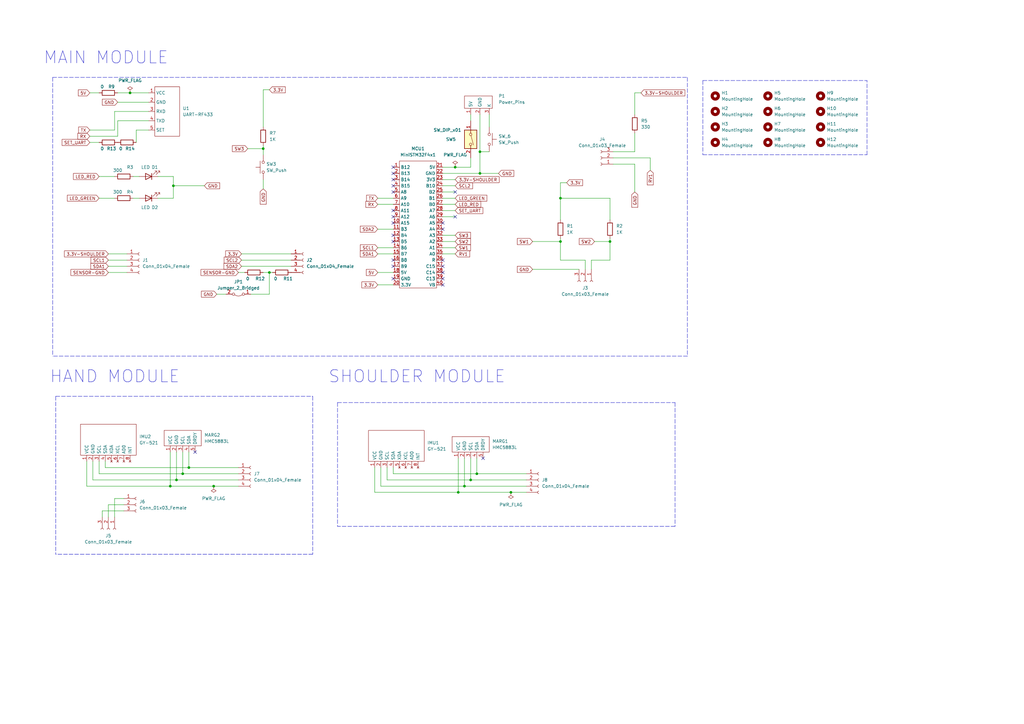
<source format=kicad_sch>
(kicad_sch (version 20211123) (generator eeschema)
  (paper "A3")
  (lib_symbols
    (symbol "Connector:Conn_01x03_Female" (pin_names (offset 1.016) hide)
      (property "Reference" "J" (at 0 5.08 0))
      (property "Value" "Conn_01x03_Female" (at 0 -5.08 0))
      (symbol "Conn_01x03_Female_1_1"
        (arc (start 0 -2.032) (mid -0.508 -2.54) (end 0 -3.048) (stroke (width 0.1524)))
        (polyline (pts (xy -1.27 -2.54) (xy -0.508 -2.54)) (stroke (width 0.1524)))
        (polyline (pts (xy -1.27 0) (xy -0.508 0)) (stroke (width 0.1524)))
        (polyline (pts (xy -1.27 2.54) (xy -0.508 2.54)) (stroke (width 0.1524)))
        (arc (start 0 0.508) (mid -0.508 0) (end 0 -0.508) (stroke (width 0.1524)))
        (arc (start 0 3.048) (mid -0.508 2.54) (end 0 2.032) (stroke (width 0.1524)))
        (pin passive line (at -5.08 2.54 0) (length 3.81) (name "Pin_1") (number "1"))
        (pin passive line (at -5.08 0 0) (length 3.81) (name "Pin_2") (number "2"))
        (pin passive line (at -5.08 -2.54 0) (length 3.81) (name "Pin_3") (number "3"))
      )
    )
    (symbol "Connector:Conn_01x04_Female" (pin_names (offset 1.016) hide)
      (property "Reference" "J" (at 0 5.08 0))
      (property "Value" "Conn_01x04_Female" (at 0 -7.62 0))
      (symbol "Conn_01x04_Female_1_1"
        (arc (start 0 -4.572) (mid -0.508 -5.08) (end 0 -5.588) (stroke (width 0.1524)))
        (arc (start 0 -2.032) (mid -0.508 -2.54) (end 0 -3.048) (stroke (width 0.1524)))
        (polyline (pts (xy -1.27 -5.08) (xy -0.508 -5.08)) (stroke (width 0.1524)))
        (polyline (pts (xy -1.27 -2.54) (xy -0.508 -2.54)) (stroke (width 0.1524)))
        (polyline (pts (xy -1.27 0) (xy -0.508 0)) (stroke (width 0.1524)))
        (polyline (pts (xy -1.27 2.54) (xy -0.508 2.54)) (stroke (width 0.1524)))
        (arc (start 0 0.508) (mid -0.508 0) (end 0 -0.508) (stroke (width 0.1524)))
        (arc (start 0 3.048) (mid -0.508 2.54) (end 0 2.032) (stroke (width 0.1524)))
        (pin passive line (at -5.08 2.54 0) (length 3.81) (name "Pin_1") (number "1"))
        (pin passive line (at -5.08 0 0) (length 3.81) (name "Pin_2") (number "2"))
        (pin passive line (at -5.08 -2.54 0) (length 3.81) (name "Pin_3") (number "3"))
        (pin passive line (at -5.08 -5.08 0) (length 3.81) (name "Pin_4") (number "4"))
      )
    )
    (symbol "Device:LED" (pin_numbers hide) (pin_names (offset 1.016) hide)
      (property "Reference" "D" (at 0 2.54 0))
      (property "Value" "LED" (at 0 -2.54 0))
      (symbol "LED_0_1"
        (polyline (pts (xy -1.27 -1.27) (xy -1.27 1.27)) (stroke (width 0.254)))
        (polyline (pts (xy -1.27 0) (xy 1.27 0)))
        (polyline (pts (xy 1.27 -1.27) (xy 1.27 1.27) (xy -1.27 0) (xy 1.27 -1.27)) (stroke (width 0.254)))
        (polyline (pts (xy -3.048 -0.762) (xy -4.572 -2.286) (xy -3.81 -2.286) (xy -4.572 -2.286) (xy -4.572 -1.524)))
        (polyline (pts (xy -1.778 -0.762) (xy -3.302 -2.286) (xy -2.54 -2.286) (xy -3.302 -2.286) (xy -3.302 -1.524)))
      )
      (symbol "LED_1_1"
        (pin passive line (at -3.81 0 0) (length 2.54) (name "K") (number "1"))
        (pin passive line (at 3.81 0 180) (length 2.54) (name "A") (number "2"))
      )
    )
    (symbol "Device:R" (pin_numbers hide) (pin_names (offset 0))
      (property "Reference" "R" (at 2.032 0 90))
      (property "Value" "R" (at 0 0 90))
      (symbol "R_0_1"
        (rectangle (start -1.016 -2.54) (end 1.016 2.54) (stroke (width 0.254)))
      )
      (symbol "R_1_1"
        (pin passive line (at 0 3.81 270) (length 1.27) (name "~") (number "1"))
        (pin passive line (at 0 -3.81 90) (length 1.27) (name "~") (number "2"))
      )
    )
    (symbol "GY-521_1"
      (property "Reference" "IMU" (at -7.62 7.62 0))
      (property "Value" "GY-521_1" (at 8.89 3.81 0))
      (symbol "GY-521_1_0_1"
        (rectangle (start -8.89 6.35) (end 13.97 -6.35))
      )
      (symbol "GY-521_1_1_1"
        (pin power_in line (at -6.35 -8.89 90) (length 2.54) (name "VCC") (number "1"))
        (pin passive line (at -3.81 -8.89 90) (length 2.54) (name "GND") (number "2"))
        (pin input line (at -1.27 -8.89 90) (length 2.54) (name "SCL") (number "3"))
        (pin bidirectional line (at 1.27 -8.89 90) (length 2.54) (name "SDA") (number "4"))
        (pin no_connect line (at 3.81 -8.89 90) (length 2.54) (name "XDA") (number "5"))
        (pin no_connect line (at 6.35 -8.89 90) (length 2.54) (name "XCL") (number "6"))
        (pin no_connect line (at 8.89 -8.89 90) (length 2.54) (name "AD0") (number "7"))
        (pin no_connect line (at 11.43 -8.89 90) (length 2.54) (name "INT") (number "8"))
      )
    )
    (symbol "HMC5883L_1"
      (property "Reference" "MARG" (at 5.08 2.54 0))
      (property "Value" "HMC5883L_1" (at -6.35 2.54 0))
      (symbol "HMC5883L_1_0_1"
        (rectangle (start -7.62 0) (end 7.62 -6.35))
      )
      (symbol "HMC5883L_1_1_1"
        (pin power_in line (at -5.08 -8.89 90) (length 2.54) (name "VCC") (number "1"))
        (pin bidirectional line (at -2.54 -8.89 90) (length 2.54) (name "GND") (number "2"))
        (pin bidirectional line (at 0 -8.89 90) (length 2.54) (name "SCL") (number "3"))
        (pin bidirectional line (at 2.54 -8.89 90) (length 2.54) (name "SDA") (number "4"))
        (pin bidirectional line (at 5.08 -8.89 90) (length 2.54) (name "DRDY") (number "5"))
      )
    )
    (symbol "Jumper:Jumper_2_Bridged" (pin_names (offset 0) hide)
      (property "Reference" "JP" (at 0 1.905 0))
      (property "Value" "Jumper_2_Bridged" (at 0 -2.54 0))
      (symbol "Jumper_2_Bridged_0_0"
        (circle (center -2.032 0) (radius 0.508))
        (circle (center 2.032 0) (radius 0.508))
      )
      (symbol "Jumper_2_Bridged_0_1"
        (arc (start 1.524 0.254) (mid 0 0.762) (end -1.524 0.254))
      )
      (symbol "Jumper_2_Bridged_1_1"
        (pin passive line (at -5.08 0 0) (length 2.54) (name "A") (number "1"))
        (pin passive line (at 5.08 0 180) (length 2.54) (name "B") (number "2"))
      )
    )
    (symbol "Mechanical:MountingHole" (pin_names (offset 1.016))
      (property "Reference" "H" (at 0 5.08 0))
      (property "Value" "MountingHole" (at 0 3.175 0))
      (symbol "MountingHole_0_1"
        (circle (center 0 0) (radius 1.27) (stroke (width 1.27)))
      )
    )
    (symbol "Switch:SW_DIP_x01" (pin_names (offset 0) hide)
      (property "Reference" "SW" (at 0 3.81 0))
      (property "Value" "SW_DIP_x01" (at 0 -3.81 0))
      (symbol "SW_DIP_x01_0_0"
        (circle (center -2.032 0) (radius 0.508))
        (polyline (pts (xy -1.524 0.127) (xy 2.3622 1.1684)))
        (circle (center 2.032 0) (radius 0.508))
      )
      (symbol "SW_DIP_x01_0_1"
        (rectangle (start -3.81 2.54) (end 3.81 -2.54) (stroke (width 0.254)) (fill (type background)))
      )
      (symbol "SW_DIP_x01_1_1"
        (pin passive line (at -7.62 0 0) (length 5.08) (name "~") (number "1"))
        (pin passive line (at 7.62 0 180) (length 5.08) (name "~") (number "2"))
      )
    )
    (symbol "Switch:SW_Push" (pin_numbers hide) (pin_names (offset 1.016) hide)
      (property "Reference" "SW" (at 1.27 2.54 0))
      (property "Value" "SW_Push" (at 0 -1.524 0))
      (symbol "SW_Push_0_1"
        (circle (center -2.032 0) (radius 0.508))
        (polyline (pts (xy 0 1.27) (xy 0 3.048)))
        (polyline (pts (xy 2.54 1.27) (xy -2.54 1.27)))
        (circle (center 2.032 0) (radius 0.508))
        (pin passive line (at -5.08 0 0) (length 2.54) (name "1") (number "1"))
        (pin passive line (at 5.08 0 180) (length 2.54) (name "2") (number "2"))
      )
    )
    (symbol "hieu_lib:GY-521"
      (property "Reference" "IMU" (at -7.62 7.62 0))
      (property "Value" "GY-521" (at 8.89 3.81 0))
      (symbol "GY-521_0_1"
        (rectangle (start -8.89 6.35) (end 13.97 -6.35))
      )
      (symbol "GY-521_1_1"
        (pin power_in line (at -6.35 -8.89 90) (length 2.54) (name "VCC") (number "1"))
        (pin passive line (at -3.81 -8.89 90) (length 2.54) (name "GND") (number "2"))
        (pin input line (at -1.27 -8.89 90) (length 2.54) (name "SCL") (number "3"))
        (pin bidirectional line (at 1.27 -8.89 90) (length 2.54) (name "SDA") (number "4"))
        (pin no_connect line (at 3.81 -8.89 90) (length 2.54) (name "XDA") (number "5"))
        (pin no_connect line (at 6.35 -8.89 90) (length 2.54) (name "XCL") (number "6"))
        (pin no_connect line (at 8.89 -8.89 90) (length 2.54) (name "AD0") (number "7"))
        (pin no_connect line (at 11.43 -8.89 90) (length 2.54) (name "INT") (number "8"))
      )
    )
    (symbol "hieu_lib:HMC5883L"
      (property "Reference" "MARG" (at 5.08 2.54 0))
      (property "Value" "HMC5883L" (at -6.35 2.54 0))
      (symbol "HMC5883L_0_1"
        (rectangle (start -7.62 0) (end 7.62 -6.35))
      )
      (symbol "HMC5883L_1_1"
        (pin power_in line (at -5.08 -8.89 90) (length 2.54) (name "VCC") (number "1"))
        (pin bidirectional line (at -2.54 -8.89 90) (length 2.54) (name "GND") (number "2"))
        (pin bidirectional line (at 0 -8.89 90) (length 2.54) (name "SCL") (number "3"))
        (pin bidirectional line (at 2.54 -8.89 90) (length 2.54) (name "SDA") (number "4"))
        (pin bidirectional line (at 5.08 -8.89 90) (length 2.54) (name "DRDY") (number "5"))
      )
    )
    (symbol "hieu_lib:MiniSTM32F4x1"
      (property "Reference" "MCU" (at 0 1.27 0))
      (property "Value" "MiniSTM32F4x1" (at 7.62 -25.4 90))
      (symbol "MiniSTM32F4x1_0_1"
        (rectangle (start 0 0) (end 15.24 -52.07))
      )
      (symbol "MiniSTM32F4x1_1_1"
        (pin bidirectional line (at -2.54 -2.54 0) (length 2.54) (name "B12") (number "1"))
        (pin bidirectional line (at -2.54 -25.4 0) (length 2.54) (name "A15") (number "10"))
        (pin bidirectional line (at -2.54 -27.94 0) (length 2.54) (name "B3") (number "11"))
        (pin bidirectional line (at -2.54 -30.48 0) (length 2.54) (name "B4") (number "12"))
        (pin bidirectional line (at -2.54 -33.02 0) (length 2.54) (name "B5") (number "13"))
        (pin bidirectional line (at -2.54 -35.56 0) (length 2.54) (name "B6") (number "14"))
        (pin bidirectional line (at -2.54 -38.1 0) (length 2.54) (name "B7") (number "15"))
        (pin bidirectional line (at -2.54 -40.64 0) (length 2.54) (name "B8") (number "16"))
        (pin bidirectional line (at -2.54 -43.18 0) (length 2.54) (name "B9") (number "17"))
        (pin power_out line (at -2.54 -45.72 0) (length 2.54) (name "5V") (number "18"))
        (pin bidirectional line (at -2.54 -48.26 0) (length 2.54) (name "GND") (number "19"))
        (pin bidirectional line (at -2.54 -5.08 0) (length 2.54) (name "B13") (number "2"))
        (pin power_out line (at -2.54 -50.8 0) (length 2.54) (name "3.3V") (number "20"))
        (pin power_in line (at 17.78 -2.54 180) (length 2.54) (name "5V") (number "21"))
        (pin bidirectional line (at 17.78 -5.08 180) (length 2.54) (name "GND") (number "22"))
        (pin power_out line (at 17.78 -7.62 180) (length 2.54) (name "3V3") (number "23"))
        (pin bidirectional line (at 17.78 -10.16 180) (length 2.54) (name "B10") (number "24"))
        (pin bidirectional line (at 17.78 -12.7 180) (length 2.54) (name "B2") (number "25"))
        (pin bidirectional line (at 17.78 -15.24 180) (length 2.54) (name "B1") (number "26"))
        (pin bidirectional line (at 17.78 -17.78 180) (length 2.54) (name "B0") (number "27"))
        (pin bidirectional line (at 17.78 -20.32 180) (length 2.54) (name "A7") (number "28"))
        (pin bidirectional line (at 17.78 -22.86 180) (length 2.54) (name "A6") (number "29"))
        (pin bidirectional line (at -2.54 -7.62 0) (length 2.54) (name "B14") (number "3"))
        (pin bidirectional line (at 17.78 -25.4 180) (length 2.54) (name "A5") (number "30"))
        (pin bidirectional line (at 17.78 -27.94 180) (length 2.54) (name "A4") (number "31"))
        (pin bidirectional line (at 17.78 -30.48 180) (length 2.54) (name "A3") (number "32"))
        (pin bidirectional line (at 17.78 -33.02 180) (length 2.54) (name "A2") (number "33"))
        (pin bidirectional line (at 17.78 -35.56 180) (length 2.54) (name "A1") (number "34"))
        (pin bidirectional line (at 17.78 -38.1 180) (length 2.54) (name "A0") (number "35"))
        (pin bidirectional line (at 17.78 -40.64 180) (length 2.54) (name "R") (number "36"))
        (pin bidirectional line (at 17.78 -43.18 180) (length 2.54) (name "C15") (number "37"))
        (pin bidirectional line (at 17.78 -45.72 180) (length 2.54) (name "C14") (number "38"))
        (pin bidirectional line (at 17.78 -48.26 180) (length 2.54) (name "C13") (number "39"))
        (pin bidirectional line (at -2.54 -10.16 0) (length 2.54) (name "B15") (number "4"))
        (pin bidirectional line (at 17.78 -50.8 180) (length 2.54) (name "VB") (number "40"))
        (pin bidirectional line (at -2.54 -12.7 0) (length 2.54) (name "A8") (number "5"))
        (pin bidirectional line (at -2.54 -15.24 0) (length 2.54) (name "A9") (number "6"))
        (pin bidirectional line (at -2.54 -17.78 0) (length 2.54) (name "A10") (number "7"))
        (pin bidirectional line (at -2.54 -20.32 0) (length 2.54) (name "A11") (number "8"))
        (pin bidirectional line (at -2.54 -22.86 0) (length 2.54) (name "A12") (number "9"))
      )
    )
    (symbol "hieu_lib:Power_Pins"
      (property "Reference" "Power" (at -3.81 3.81 0))
      (property "Value" "Power_Pins" (at 7.62 3.81 0))
      (symbol "Power_Pins_0_1"
        (rectangle (start -3.81 2.54) (end 7.62 -2.54))
      )
      (symbol "Power_Pins_1_1"
        (pin power_out line (at -1.27 -5.08 90) (length 2.54) (name "5V") (number "1"))
        (pin bidirectional line (at 2.54 -5.08 90) (length 2.54) (name "GND") (number "2"))
        (pin bidirectional line (at 6.35 -5.08 90) (length 2.54) (name "K") (number "3"))
      )
    )
    (symbol "hieu_lib:UART-RF433"
      (property "Reference" "UART_Module" (at -8.89 5.08 0))
      (property "Value" "UART-RF433" (at 3.81 1.27 0))
      (symbol "UART-RF433_0_1"
        (rectangle (start -10.16 2.54) (end 10.16 -7.62))
      )
      (symbol "UART-RF433_1_1"
        (pin power_in line (at -7.62 -10.16 90) (length 2.54) (name "VCC") (number "1"))
        (pin bidirectional line (at -3.81 -10.16 90) (length 2.54) (name "GND") (number "2"))
        (pin input line (at 0 -10.16 90) (length 2.54) (name "RXD") (number "3"))
        (pin output line (at 3.81 -10.16 90) (length 2.54) (name "TXD") (number "4"))
        (pin input line (at 7.62 -10.16 90) (length 2.54) (name "SET") (number "5"))
      )
    )
    (symbol "power:PWR_FLAG" (power) (pin_numbers hide) (pin_names (offset 0) hide)
      (property "Value" "PWR_FLAG" (at 0 3.81 0))
      (symbol "PWR_FLAG_0_0"
        (pin power_out line (at 0 0 90) (length 0) (name "pwr") (number "1"))
      )
      (symbol "PWR_FLAG_0_1"
        (polyline (pts (xy 0 0) (xy 0 1.27) (xy -1.016 1.905) (xy 0 2.54) (xy 1.016 1.905) (xy 0 1.27)))
      )
    )
  )
  (junction (at 186.69 68.58))
  (junction (at 107.95 60.96))
  (junction (at 193.04 196.85))
  (junction (at 53.34 38.1))
  (junction (at 72.39 196.85))
  (junction (at 229.87 99.06))
  (junction (at 77.47 191.77))
  (junction (at 74.93 194.31))
  (junction (at 250.19 99.06))
  (junction (at 69.85 199.39))
  (junction (at 87.63 199.39))
  (junction (at 187.96 201.93))
  (junction (at 196.85 62.23))
  (junction (at 190.5 199.39))
  (junction (at 196.85 71.12))
  (junction (at 110.49 111.76))
  (junction (at 229.87 81.28))
  (junction (at 71.12 76.2))
  (junction (at 209.55 201.93))
  (junction (at 195.58 194.31))
  (no_connect (at 181.61 109.22))
  (no_connect (at 161.29 71.12))
  (no_connect (at 181.61 111.76))
  (no_connect (at 161.29 109.22))
  (no_connect (at 186.69 88.9))
  (no_connect (at 161.29 96.52))
  (no_connect (at 161.29 114.3))
  (no_connect (at 181.61 106.68))
  (no_connect (at 181.61 116.84))
  (no_connect (at 161.29 78.74))
  (no_connect (at 181.61 114.3))
  (no_connect (at 161.29 88.9))
  (no_connect (at 161.29 99.06))
  (no_connect (at 161.29 68.58))
  (no_connect (at 161.29 76.2))
  (no_connect (at 198.12 187.96))
  (no_connect (at 161.29 106.68))
  (no_connect (at 181.61 93.98))
  (no_connect (at 186.69 78.74))
  (no_connect (at 181.61 91.44))
  (no_connect (at 161.29 86.36))
  (no_connect (at 161.29 73.66))
  (no_connect (at 80.01 185.42))
  (no_connect (at 161.29 91.44))
  (wire (pts (xy 240.03 106.68) (xy 240.03 110.49)))
  (wire (pts (xy 181.61 83.82) (xy 186.69 83.82)))
  (wire (pts (xy 193.04 196.85) (xy 215.9 196.85)))
  (wire (pts (xy 55.88 53.34) (xy 60.96 53.34)))
  (wire (pts (xy 153.67 201.93) (xy 153.67 191.77)))
  (wire (pts (xy 40.64 194.31) (xy 74.93 194.31)))
  (wire (pts (xy 50.8 209.55) (xy 41.91 209.55)))
  (wire (pts (xy 190.5 199.39) (xy 156.21 199.39)))
  (wire (pts (xy 154.94 83.82) (xy 161.29 83.82)))
  (wire (pts (xy 251.46 64.77) (xy 266.7 64.77)))
  (wire (pts (xy 69.85 185.42) (xy 69.85 199.39)))
  (wire (pts (xy 72.39 196.85) (xy 38.1 196.85)))
  (polyline (pts (xy 281.94 146.05) (xy 21.59 146.05)))
  (polyline (pts (xy 128.27 162.56) (xy 128.27 227.33)))
  (polyline (pts (xy 22.86 162.56) (xy 22.86 227.33)))
  (wire (pts (xy 181.61 104.14) (xy 186.69 104.14)))
  (wire (pts (xy 181.61 81.28) (xy 186.69 81.28)))
  (polyline (pts (xy 276.86 165.1) (xy 276.86 215.9)))
  (wire (pts (xy 99.06 109.22) (xy 119.38 109.22)))
  (wire (pts (xy 44.45 109.22) (xy 52.07 109.22)))
  (wire (pts (xy 215.9 199.39) (xy 190.5 199.39)))
  (wire (pts (xy 161.29 191.77) (xy 161.29 194.31)))
  (wire (pts (xy 46.99 45.72) (xy 60.96 45.72)))
  (wire (pts (xy 181.61 101.6) (xy 186.69 101.6)))
  (wire (pts (xy 158.75 196.85) (xy 193.04 196.85)))
  (wire (pts (xy 181.61 88.9) (xy 186.69 88.9)))
  (wire (pts (xy 200.66 46.99) (xy 200.66 52.07)))
  (wire (pts (xy 187.96 201.93) (xy 153.67 201.93)))
  (wire (pts (xy 40.64 81.28) (xy 46.99 81.28)))
  (wire (pts (xy 110.49 120.65) (xy 110.49 111.76)))
  (wire (pts (xy 48.26 38.1) (xy 53.34 38.1)))
  (wire (pts (xy 181.61 86.36) (xy 186.69 86.36)))
  (wire (pts (xy 260.35 54.61) (xy 260.35 62.23)))
  (polyline (pts (xy 355.6 63.5) (xy 355.6 33.02)))
  (wire (pts (xy 69.85 199.39) (xy 35.56 199.39)))
  (wire (pts (xy 237.49 110.49) (xy 218.44 110.49)))
  (wire (pts (xy 48.26 49.53) (xy 48.26 55.88)))
  (polyline (pts (xy 281.94 31.75) (xy 281.94 146.05)))
  (wire (pts (xy 250.19 81.28) (xy 250.19 90.17)))
  (wire (pts (xy 107.95 73.66) (xy 107.95 77.47)))
  (wire (pts (xy 229.87 81.28) (xy 250.19 81.28)))
  (wire (pts (xy 40.64 72.39) (xy 46.99 72.39)))
  (wire (pts (xy 181.61 76.2) (xy 186.69 76.2)))
  (wire (pts (xy 266.7 69.85) (xy 266.7 64.77)))
  (wire (pts (xy 193.04 64.77) (xy 193.04 68.58)))
  (wire (pts (xy 55.88 58.42) (xy 55.88 53.34)))
  (wire (pts (xy 260.35 62.23) (xy 251.46 62.23)))
  (wire (pts (xy 193.04 46.99) (xy 193.04 49.53)))
  (polyline (pts (xy 21.59 31.75) (xy 281.94 31.75)))
  (wire (pts (xy 74.93 185.42) (xy 74.93 194.31)))
  (wire (pts (xy 44.45 207.01) (xy 44.45 212.09)))
  (wire (pts (xy 69.85 199.39) (xy 87.63 199.39)))
  (wire (pts (xy 250.19 99.06) (xy 250.19 106.68)))
  (wire (pts (xy 260.35 38.1) (xy 260.35 46.99)))
  (wire (pts (xy 196.85 62.23) (xy 196.85 71.12)))
  (wire (pts (xy 196.85 46.99) (xy 196.85 62.23)))
  (wire (pts (xy 195.58 194.31) (xy 195.58 187.96)))
  (wire (pts (xy 250.19 97.79) (xy 250.19 99.06)))
  (wire (pts (xy 209.55 201.93) (xy 215.9 201.93)))
  (wire (pts (xy 232.41 74.93) (xy 229.87 74.93)))
  (polyline (pts (xy 21.59 31.75) (xy 21.59 146.05)))
  (wire (pts (xy 77.47 191.77) (xy 97.79 191.77)))
  (polyline (pts (xy 288.29 33.02) (xy 288.29 63.5)))
  (wire (pts (xy 50.8 207.01) (xy 44.45 207.01)))
  (wire (pts (xy 181.61 73.66) (xy 186.69 73.66)))
  (wire (pts (xy 187.96 187.96) (xy 187.96 201.93)))
  (wire (pts (xy 229.87 106.68) (xy 240.03 106.68)))
  (wire (pts (xy 260.35 67.31) (xy 260.35 78.74)))
  (wire (pts (xy 71.12 72.39) (xy 71.12 76.2)))
  (polyline (pts (xy 128.27 227.33) (xy 22.86 227.33)))
  (wire (pts (xy 77.47 191.77) (xy 77.47 185.42)))
  (wire (pts (xy 154.94 93.98) (xy 161.29 93.98)))
  (wire (pts (xy 64.77 72.39) (xy 71.12 72.39)))
  (wire (pts (xy 193.04 187.96) (xy 193.04 196.85)))
  (wire (pts (xy 260.35 67.31) (xy 251.46 67.31)))
  (wire (pts (xy 229.87 74.93) (xy 229.87 81.28)))
  (wire (pts (xy 154.94 111.76) (xy 161.29 111.76)))
  (wire (pts (xy 46.99 204.47) (xy 46.99 212.09)))
  (wire (pts (xy 196.85 62.23) (xy 200.66 62.23)))
  (wire (pts (xy 36.83 58.42) (xy 40.64 58.42)))
  (wire (pts (xy 64.77 81.28) (xy 71.12 81.28)))
  (wire (pts (xy 44.45 104.14) (xy 52.07 104.14)))
  (wire (pts (xy 154.94 101.6) (xy 161.29 101.6)))
  (wire (pts (xy 196.85 71.12) (xy 204.47 71.12)))
  (wire (pts (xy 154.94 81.28) (xy 161.29 81.28)))
  (wire (pts (xy 43.18 191.77) (xy 77.47 191.77)))
  (wire (pts (xy 87.63 199.39) (xy 97.79 199.39)))
  (wire (pts (xy 243.84 99.06) (xy 250.19 99.06)))
  (wire (pts (xy 186.69 68.58) (xy 193.04 68.58)))
  (wire (pts (xy 71.12 76.2) (xy 71.12 81.28)))
  (wire (pts (xy 60.96 49.53) (xy 48.26 49.53)))
  (wire (pts (xy 101.6 60.96) (xy 107.95 60.96)))
  (wire (pts (xy 71.12 76.2) (xy 83.82 76.2)))
  (polyline (pts (xy 138.43 165.1) (xy 276.86 165.1)))
  (wire (pts (xy 260.35 38.1) (xy 262.89 38.1)))
  (wire (pts (xy 97.79 196.85) (xy 72.39 196.85)))
  (wire (pts (xy 54.61 72.39) (xy 57.15 72.39)))
  (wire (pts (xy 44.45 106.68) (xy 52.07 106.68)))
  (wire (pts (xy 50.8 204.47) (xy 46.99 204.47)))
  (wire (pts (xy 74.93 194.31) (xy 97.79 194.31)))
  (wire (pts (xy 100.33 111.76) (xy 97.79 111.76)))
  (wire (pts (xy 99.06 106.68) (xy 119.38 106.68)))
  (wire (pts (xy 250.19 106.68) (xy 242.57 106.68)))
  (wire (pts (xy 35.56 199.39) (xy 35.56 189.23)))
  (wire (pts (xy 36.83 55.88) (xy 48.26 55.88)))
  (wire (pts (xy 72.39 185.42) (xy 72.39 196.85)))
  (wire (pts (xy 53.34 38.1) (xy 60.96 38.1)))
  (wire (pts (xy 218.44 99.06) (xy 229.87 99.06)))
  (wire (pts (xy 43.18 189.23) (xy 43.18 191.77)))
  (wire (pts (xy 44.45 111.76) (xy 52.07 111.76)))
  (wire (pts (xy 46.99 53.34) (xy 46.99 45.72)))
  (wire (pts (xy 154.94 116.84) (xy 161.29 116.84)))
  (wire (pts (xy 102.87 120.65) (xy 110.49 120.65)))
  (wire (pts (xy 110.49 36.83) (xy 107.95 36.83)))
  (wire (pts (xy 181.61 71.12) (xy 196.85 71.12)))
  (wire (pts (xy 187.96 201.93) (xy 209.55 201.93)))
  (wire (pts (xy 181.61 96.52) (xy 186.69 96.52)))
  (wire (pts (xy 99.06 104.14) (xy 119.38 104.14)))
  (wire (pts (xy 190.5 187.96) (xy 190.5 199.39)))
  (wire (pts (xy 41.91 209.55) (xy 41.91 212.09)))
  (polyline (pts (xy 288.29 33.02) (xy 355.6 33.02)))
  (wire (pts (xy 195.58 194.31) (xy 215.9 194.31)))
  (wire (pts (xy 107.95 59.69) (xy 107.95 60.96)))
  (wire (pts (xy 36.83 38.1) (xy 40.64 38.1)))
  (polyline (pts (xy 276.86 215.9) (xy 138.43 215.9)))
  (wire (pts (xy 161.29 194.31) (xy 195.58 194.31)))
  (wire (pts (xy 229.87 97.79) (xy 229.87 99.06)))
  (wire (pts (xy 181.61 99.06) (xy 186.69 99.06)))
  (wire (pts (xy 156.21 191.77) (xy 156.21 199.39)))
  (wire (pts (xy 229.87 81.28) (xy 229.87 90.17)))
  (polyline (pts (xy 22.86 162.56) (xy 128.27 162.56)))
  (wire (pts (xy 242.57 106.68) (xy 242.57 110.49)))
  (wire (pts (xy 107.95 60.96) (xy 107.95 63.5)))
  (wire (pts (xy 229.87 99.06) (xy 229.87 106.68)))
  (wire (pts (xy 48.26 41.91) (xy 60.96 41.91)))
  (wire (pts (xy 181.61 68.58) (xy 186.69 68.58)))
  (wire (pts (xy 110.49 111.76) (xy 111.76 111.76)))
  (wire (pts (xy 38.1 189.23) (xy 38.1 196.85)))
  (wire (pts (xy 107.95 111.76) (xy 110.49 111.76)))
  (wire (pts (xy 40.64 189.23) (xy 40.64 194.31)))
  (wire (pts (xy 107.95 36.83) (xy 107.95 52.07)))
  (polyline (pts (xy 288.29 63.5) (xy 355.6 63.5)))
  (wire (pts (xy 154.94 104.14) (xy 161.29 104.14)))
  (wire (pts (xy 181.61 78.74) (xy 186.69 78.74)))
  (wire (pts (xy 54.61 81.28) (xy 57.15 81.28)))
  (wire (pts (xy 88.9 120.65) (xy 92.71 120.65)))
  (wire (pts (xy 158.75 191.77) (xy 158.75 196.85)))
  (wire (pts (xy 36.83 53.34) (xy 46.99 53.34)))
  (polyline (pts (xy 138.43 165.1) (xy 138.43 215.9)))
  (text "MAIN MODULE" (at 17.78 26.67 0) (effects (font (size 5 5)) (justify left bottom)))
  (text "SHOULDER MODULE" (at 134.62 157.48 0) (effects (font (size 5 5)) (justify left bottom)))
  (text "HAND MODULE" (at 20.32 157.48 0) (effects (font (size 5 5)) (justify left bottom)))
  (global_label "SW3" (shape input) (at 101.6 60.96 180) (property "Intersheet References" "${INTERSHEET_REFS}" (effects hide)))
  (global_label "SCL2" (shape input) (at 99.06 106.68 180) (property "Intersheet References" "${INTERSHEET_REFS}" (effects hide)))
  (global_label "3.3V" (shape input) (at 110.49 36.83 0) (property "Intersheet References" "${INTERSHEET_REFS}" (effects hide)))
  (global_label "RX" (shape input) (at 154.94 83.82 180) (property "Intersheet References" "${INTERSHEET_REFS}" (effects hide)))
  (global_label "GND" (shape input) (at 88.9 120.65 180) (property "Intersheet References" "${INTERSHEET_REFS}" (effects hide)))
  (global_label "GND" (shape input) (at 83.82 76.2 0) (property "Intersheet References" "${INTERSHEET_REFS}" (effects hide)))
  (global_label "3.3V-SHOULDER" (shape input) (at 186.69 73.66 0) (property "Intersheet References" "${INTERSHEET_REFS}" (effects hide)))
  (global_label "SCL1" (shape input) (at 44.45 106.68 180) (property "Intersheet References" "${INTERSHEET_REFS}" (effects hide)))
  (global_label "5V" (shape input) (at 154.94 111.76 180) (property "Intersheet References" "${INTERSHEET_REFS}" (effects hide)))
  (global_label "TX" (shape input) (at 154.94 81.28 180) (property "Intersheet References" "${INTERSHEET_REFS}" (effects hide)))
  (global_label "SET_UART" (shape input) (at 186.69 86.36 0) (property "Intersheet References" "${INTERSHEET_REFS}" (effects hide)))
  (global_label "SDA2" (shape input) (at 99.06 109.22 180) (property "Intersheet References" "${INTERSHEET_REFS}" (effects hide)))
  (global_label "GND" (shape input) (at 260.35 78.74 270) (property "Intersheet References" "${INTERSHEET_REFS}" (effects hide)))
  (global_label "GND" (shape input) (at 204.47 71.12 0) (property "Intersheet References" "${INTERSHEET_REFS}" (effects hide)))
  (global_label "LED_GREEN" (shape input) (at 40.64 81.28 180) (property "Intersheet References" "${INTERSHEET_REFS}" (effects hide)))
  (global_label "SDA1" (shape input) (at 154.94 104.14 180) (property "Intersheet References" "${INTERSHEET_REFS}" (effects hide)))
  (global_label "GND" (shape input) (at 107.95 77.47 270) (property "Intersheet References" "${INTERSHEET_REFS}" (effects hide)))
  (global_label "SW2" (shape input) (at 186.69 99.06 0) (property "Intersheet References" "${INTERSHEET_REFS}" (effects hide)))
  (global_label "RV1" (shape input) (at 186.69 104.14 0) (property "Intersheet References" "${INTERSHEET_REFS}" (effects hide)))
  (global_label "5V" (shape input) (at 36.83 38.1 180) (property "Intersheet References" "${INTERSHEET_REFS}" (effects hide)))
  (global_label "RX" (shape input) (at 36.83 55.88 180) (property "Intersheet References" "${INTERSHEET_REFS}" (effects hide)))
  (global_label "LED_RED" (shape input) (at 186.69 83.82 0) (property "Intersheet References" "${INTERSHEET_REFS}" (effects hide)))
  (global_label "SDA2" (shape input) (at 154.94 93.98 180) (property "Intersheet References" "${INTERSHEET_REFS}" (effects hide)))
  (global_label "SCL2" (shape input) (at 186.69 76.2 0) (property "Intersheet References" "${INTERSHEET_REFS}" (effects hide)))
  (global_label "SW2" (shape input) (at 243.84 99.06 180) (property "Intersheet References" "${INTERSHEET_REFS}" (effects hide)))
  (global_label "LED_GREEN" (shape input) (at 186.69 81.28 0) (property "Intersheet References" "${INTERSHEET_REFS}" (effects hide)))
  (global_label "SENSOR-GND" (shape input) (at 97.79 111.76 180) (property "Intersheet References" "${INTERSHEET_REFS}" (effects hide)))
  (global_label "3.3V" (shape input) (at 232.41 74.93 0) (property "Intersheet References" "${INTERSHEET_REFS}" (effects hide)))
  (global_label "GND" (shape input) (at 48.26 41.91 180) (property "Intersheet References" "${INTERSHEET_REFS}" (effects hide)))
  (global_label "SW1" (shape input) (at 218.44 99.06 180) (property "Intersheet References" "${INTERSHEET_REFS}" (effects hide)))
  (global_label "SET_UART" (shape input) (at 36.83 58.42 180) (property "Intersheet References" "${INTERSHEET_REFS}" (effects hide)))
  (global_label "3.3V-SHOULDER" (shape input) (at 262.89 38.1 0) (property "Intersheet References" "${INTERSHEET_REFS}" (effects hide)))
  (global_label "SW1" (shape input) (at 186.69 101.6 0) (property "Intersheet References" "${INTERSHEET_REFS}" (effects hide)))
  (global_label "RV1" (shape input) (at 266.7 69.85 270) (property "Intersheet References" "${INTERSHEET_REFS}" (effects hide)))
  (global_label "3.3V" (shape input) (at 154.94 116.84 180) (property "Intersheet References" "${INTERSHEET_REFS}" (effects hide)))
  (global_label "SENSOR-GND" (shape input) (at 44.45 111.76 180) (property "Intersheet References" "${INTERSHEET_REFS}" (effects hide)))
  (global_label "3.3V" (shape input) (at 99.06 104.14 180) (property "Intersheet References" "${INTERSHEET_REFS}" (effects hide)))
  (global_label "GND" (shape input) (at 218.44 110.49 180) (property "Intersheet References" "${INTERSHEET_REFS}" (effects hide)))
  (global_label "TX" (shape input) (at 36.83 53.34 180) (property "Intersheet References" "${INTERSHEET_REFS}" (effects hide)))
  (global_label "3.3V-SHOULDER" (shape input) (at 44.45 104.14 180) (property "Intersheet References" "${INTERSHEET_REFS}" (effects hide)))
  (global_label "SCL1" (shape input) (at 154.94 101.6 180) (property "Intersheet References" "${INTERSHEET_REFS}" (effects hide)))
  (global_label "SDA1" (shape input) (at 44.45 109.22 180) (property "Intersheet References" "${INTERSHEET_REFS}" (effects hide)))
  (global_label "LED_RED" (shape input) (at 40.64 72.39 180) (property "Intersheet References" "${INTERSHEET_REFS}" (effects hide)))
  (global_label "SW3" (shape input) (at 186.69 96.52 0) (property "Intersheet References" "${INTERSHEET_REFS}" (effects hide)))
  (symbol (lib_id "Connector:Conn_01x03_Female") (at 246.38 64.77 180) (unit 1)
    (property "Reference" "J4" (at 247.015 57.15 0))
    (property "Value" "Conn_01x03_Female" (at 247.015 59.69 0))
    (property "Footprint" "Connector_PinSocket_2.00mm:PinSocket_1x03_P2.00mm_Vertical" (effects hide))
  )
  (symbol (lib_id "Connector:Conn_01x03_Female") (at 55.88 207.01 0) (unit 1)
    (property "Reference" "J6" (at 57.15 205.7399 0) (effects (justify left)))
    (property "Value" "Conn_01x03_Female" (at 57.15 208.2799 0) (effects (justify left)))
    (property "Footprint" "Connector_PinSocket_2.00mm:PinSocket_1x03_P2.00mm_Vertical" (effects hide))
  )
  (symbol (lib_id "Connector:Conn_01x03_Female") (at 44.45 217.17 270) (unit 1)
    (property "Reference" "J5" (at 44.45 219.71 90))
    (property "Value" "Conn_01x03_Female" (at 44.45 222.25 90))
    (property "Footprint" "Connector_PinSocket_2.00mm:PinSocket_1x03_P2.00mm_Vertical" (effects hide))
  )
  (symbol (lib_id "Mechanical:MountingHole") (at 314.96 52.07 0) (unit 1)
    (property "Reference" "H7" (at 317.5 50.7999 0) (effects (justify left)))
    (property "Value" "MountingHole" (at 317.5 53.3399 0) (effects (justify left)))
    (property "Footprint" "MountingHole:MountingHole_3.2mm_M3" (effects hide))
  )
  (symbol (lib_name "GY-521_1") (lib_id "hieu_lib:GY-521") (at 160.02 182.88 0) (unit 1)
    (property "Reference" "IMU1" (at 175.26 181.6099 0) (effects (justify left)))
    (property "Value" "GY-521" (at 175.26 184.1499 0) (effects (justify left)))
    (property "Footprint" "Connector_PinHeader_2.54mm:PinHeader_1x08_P2.54mm_Vertical" (effects hide))
  )
  (symbol (lib_id "Connector:Conn_01x04_Female") (at 124.46 106.68 0) (unit 1)
    (property "Reference" "J2" (at 125.73 106.6799 0) (effects (justify left)))
    (property "Value" "Conn_01x04_Female" (at 125.73 109.2199 0) (effects (justify left)))
    (property "Footprint" "Connector_PinSocket_2.00mm:PinSocket_1x04_P2.00mm_Vertical" (effects hide))
  )
  (symbol (lib_id "power:PWR_FLAG") (at 186.69 68.58 0) (unit 1)
    (property "Reference" "#FLG0104" (effects hide))
    (property "Value" "PWR_FLAG" (at 186.69 63.5 0))
  )
  (symbol (lib_id "hieu_lib:HMC5883L") (at 74.93 176.53 0) (unit 1)
    (property "Reference" "MARG2" (at 83.82 178.4349 0) (effects (justify left)))
    (property "Value" "HMC5883L" (at 83.82 180.9749 0) (effects (justify left)))
    (property "Footprint" "Connector_PinHeader_2.54mm:PinHeader_1x05_P2.54mm_Vertical" (effects hide))
  )
  (symbol (lib_id "Device:R") (at 104.14 111.76 90) (unit 1)
    (property "Reference" "R12" (at 106.68 114.3 90))
    (property "Value" "0" (at 101.6 114.3 90))
    (property "Footprint" "hieu:resistor" (effects hide))
  )
  (symbol (lib_id "Device:R") (at 260.35 50.8 0) (unit 1)
    (property "Reference" "R5" (at 262.89 49.5299 0) (effects (justify left)))
    (property "Value" "330" (at 262.89 52.0699 0) (effects (justify left)))
    (property "Footprint" "hieu:resistor" (effects hide))
  )
  (symbol (lib_id "hieu_lib:Power_Pins") (at 194.31 41.91 0) (unit 1)
    (property "Reference" "P1" (at 204.47 39.37 0) (effects (justify left)))
    (property "Value" "Power_Pins" (at 204.47 41.91 0) (effects (justify left)))
    (property "Footprint" "Connector_PinSocket_2.00mm:PinSocket_1x03_P2.00mm_Vertical" (effects hide))
  )
  (symbol (lib_id "Mechanical:MountingHole") (at 314.96 39.37 0) (unit 1)
    (property "Reference" "H5" (at 317.5 38.0999 0) (effects (justify left)))
    (property "Value" "MountingHole" (at 317.5 40.6399 0) (effects (justify left)))
    (property "Footprint" "MountingHole:MountingHole_3.2mm_M3" (effects hide))
  )
  (symbol (lib_id "Device:LED") (at 60.96 81.28 180) (unit 1)
    (property "Reference" "D2" (at 63.5 85.09 0))
    (property "Value" "LED" (at 59.69 85.09 0))
    (property "Footprint" "LED_THT:LED_D3.0mm" (effects hide))
  )
  (symbol (lib_id "Connector:Conn_01x03_Female") (at 240.03 115.57 270) (unit 1)
    (property "Reference" "J3" (at 240.03 118.11 90))
    (property "Value" "Conn_01x03_Female" (at 240.03 120.65 90))
    (property "Footprint" "Connector_PinSocket_2.00mm:PinSocket_1x03_P2.00mm_Vertical" (effects hide))
  )
  (symbol (lib_id "hieu_lib:UART-RF433") (at 71.12 45.72 270) (unit 1)
    (property "Reference" "U1" (at 74.93 44.4499 90) (effects (justify left)))
    (property "Value" "UART-RF433" (at 74.93 46.9899 90) (effects (justify left)))
    (property "Footprint" "Connector_PinHeader_2.54mm:PinHeader_1x05_P2.54mm_Vertical" (effects hide))
  )
  (symbol (lib_id "Mechanical:MountingHole") (at 293.37 52.07 0) (unit 1)
    (property "Reference" "H3" (at 295.91 50.7999 0) (effects (justify left)))
    (property "Value" "MountingHole" (at 295.91 53.3399 0) (effects (justify left)))
    (property "Footprint" "MountingHole:MountingHole_3.2mm_M3" (effects hide))
  )
  (symbol (lib_id "Device:R") (at 52.07 58.42 90) (unit 1)
    (property "Reference" "R14" (at 53.34 60.96 90))
    (property "Value" "0" (at 49.53 60.96 90))
    (property "Footprint" "hieu:resistor" (effects hide))
  )
  (symbol (lib_id "Mechanical:MountingHole") (at 336.55 39.37 0) (unit 1)
    (property "Reference" "H9" (at 339.09 38.0999 0) (effects (justify left)))
    (property "Value" "MountingHole" (at 339.09 40.6399 0) (effects (justify left)))
    (property "Footprint" "MountingHole:MountingHole_3.2mm_M3" (effects hide))
  )
  (symbol (lib_id "Connector:Conn_01x04_Female") (at 102.87 194.31 0) (unit 1)
    (property "Reference" "J7" (at 104.14 194.3099 0) (effects (justify left)))
    (property "Value" "Conn_01x04_Female" (at 104.14 196.8499 0) (effects (justify left)))
    (property "Footprint" "Connector_PinSocket_2.00mm:PinSocket_1x04_P2.00mm_Vertical" (effects hide))
  )
  (symbol (lib_id "Switch:SW_Push") (at 107.95 68.58 90) (unit 1)
    (property "Reference" "SW3" (at 109.22 67.3099 90) (effects (justify right)))
    (property "Value" "SW_Push" (at 109.22 69.8499 90) (effects (justify right)))
    (property "Footprint" "hieu:resistor" (effects hide))
  )
  (symbol (lib_id "Device:R") (at 44.45 58.42 90) (unit 1)
    (property "Reference" "R13" (at 45.72 60.96 90))
    (property "Value" "0" (at 41.91 60.96 90))
    (property "Footprint" "hieu:resistor" (effects hide))
  )
  (symbol (lib_name "HMC5883L_1") (lib_id "hieu_lib:HMC5883L") (at 193.04 179.07 0) (unit 1)
    (property "Reference" "MARG1" (at 201.93 180.9749 0) (effects (justify left)))
    (property "Value" "HMC5883L" (at 201.93 183.5149 0) (effects (justify left)))
    (property "Footprint" "Connector_PinHeader_2.54mm:PinHeader_1x05_P2.54mm_Vertical" (effects hide))
  )
  (symbol (lib_id "hieu_lib:MiniSTM32F4x1") (at 163.83 66.04 0) (unit 1)
    (property "Reference" "MCU1" (at 171.45 60.96 0))
    (property "Value" "MiniSTM32F4x1" (at 171.45 63.5 0))
    (property "Footprint" "hieu:stm32f4_board" (effects hide))
  )
  (symbol (lib_id "Device:R") (at 250.19 93.98 0) (unit 1)
    (property "Reference" "R2" (at 252.73 92.7099 0) (effects (justify left)))
    (property "Value" "1K" (at 252.73 95.2499 0) (effects (justify left)))
    (property "Footprint" "hieu:resistor" (effects hide))
  )
  (symbol (lib_id "Device:R") (at 44.45 38.1 90) (unit 1)
    (property "Reference" "R9" (at 45.72 35.56 90))
    (property "Value" "0" (at 41.91 35.56 90))
    (property "Footprint" "hieu:resistor" (effects hide))
  )
  (symbol (lib_id "Device:R") (at 229.87 93.98 0) (unit 1)
    (property "Reference" "R1" (at 232.41 92.7099 0) (effects (justify left)))
    (property "Value" "1K" (at 232.41 95.2499 0) (effects (justify left)))
    (property "Footprint" "hieu:resistor" (effects hide))
  )
  (symbol (lib_id "hieu_lib:GY-521") (at 41.91 180.34 0) (unit 1)
    (property "Reference" "IMU2" (at 57.15 179.0699 0) (effects (justify left)))
    (property "Value" "GY-521" (at 57.15 181.6099 0) (effects (justify left)))
    (property "Footprint" "Connector_PinHeader_2.54mm:PinHeader_1x08_P2.54mm_Vertical" (effects hide))
  )
  (symbol (lib_id "Jumper:Jumper_2_Bridged") (at 97.79 120.65 180) (unit 1)
    (property "Reference" "JP1" (at 97.79 115.57 0))
    (property "Value" "Jumper_2_Bridged" (at 97.79 118.11 0))
    (property "Footprint" "Connector_PinHeader_2.54mm:PinHeader_1x02_P2.54mm_Vertical" (effects hide))
  )
  (symbol (lib_id "Mechanical:MountingHole") (at 336.55 45.72 0) (unit 1)
    (property "Reference" "H10" (at 339.09 44.4499 0) (effects (justify left)))
    (property "Value" "MountingHole" (at 339.09 46.9899 0) (effects (justify left)))
    (property "Footprint" "MountingHole:MountingHole_3.2mm_M3" (effects hide))
  )
  (symbol (lib_id "Device:R") (at 50.8 72.39 90) (unit 1)
    (property "Reference" "R3" (at 53.34 68.58 90))
    (property "Value" "300" (at 48.26 69.85 90))
    (property "Footprint" "hieu:resistor" (effects hide))
  )
  (symbol (lib_id "Mechanical:MountingHole") (at 314.96 58.42 0) (unit 1)
    (property "Reference" "H8" (at 317.5 57.1499 0) (effects (justify left)))
    (property "Value" "MountingHole" (at 317.5 59.6899 0) (effects (justify left)))
    (property "Footprint" "MountingHole:MountingHole_3.2mm_M3" (effects hide))
  )
  (symbol (lib_id "Mechanical:MountingHole") (at 336.55 52.07 0) (unit 1)
    (property "Reference" "H11" (at 339.09 50.7999 0) (effects (justify left)))
    (property "Value" "MountingHole" (at 339.09 53.3399 0) (effects (justify left)))
    (property "Footprint" "MountingHole:MountingHole_3.2mm_M3" (effects hide))
  )
  (symbol (lib_id "power:PWR_FLAG") (at 209.55 201.93 180) (unit 1)
    (property "Reference" "#FLG0101" (effects hide))
    (property "Value" "PWR_FLAG" (at 209.55 207.01 0))
  )
  (symbol (lib_id "Switch:SW_Push") (at 200.66 57.15 270) (unit 1)
    (property "Reference" "SW_6" (at 204.47 55.8799 90) (effects (justify left)))
    (property "Value" "SW_Push" (at 204.47 58.4199 90) (effects (justify left)))
    (property "Footprint" "hieu:resistor" (effects hide))
  )
  (symbol (lib_id "Connector:Conn_01x04_Female") (at 220.98 196.85 0) (unit 1)
    (property "Reference" "J8" (at 222.25 196.8499 0) (effects (justify left)))
    (property "Value" "Conn_01x04_Female" (at 222.25 199.3899 0) (effects (justify left)))
    (property "Footprint" "Connector_PinSocket_2.00mm:PinSocket_1x04_P2.00mm_Vertical" (effects hide))
  )
  (symbol (lib_id "Connector:Conn_01x04_Female") (at 57.15 106.68 0) (unit 1)
    (property "Reference" "J1" (at 58.42 106.6799 0) (effects (justify left)))
    (property "Value" "Conn_01x04_Female" (at 58.42 109.2199 0) (effects (justify left)))
    (property "Footprint" "Connector_PinSocket_2.00mm:PinSocket_1x04_P2.00mm_Vertical" (effects hide))
  )
  (symbol (lib_id "Mechanical:MountingHole") (at 293.37 39.37 0) (unit 1)
    (property "Reference" "H1" (at 295.91 38.0999 0) (effects (justify left)))
    (property "Value" "MountingHole" (at 295.91 40.6399 0) (effects (justify left)))
    (property "Footprint" "MountingHole:MountingHole_3.2mm_M3" (effects hide))
  )
  (symbol (lib_id "Mechanical:MountingHole") (at 314.96 45.72 0) (unit 1)
    (property "Reference" "H6" (at 317.5 44.4499 0) (effects (justify left)))
    (property "Value" "MountingHole" (at 317.5 46.9899 0) (effects (justify left)))
    (property "Footprint" "MountingHole:MountingHole_3.2mm_M3" (effects hide))
  )
  (symbol (lib_id "Device:R") (at 107.95 55.88 0) (unit 1)
    (property "Reference" "R7" (at 110.49 54.6099 0) (effects (justify left)))
    (property "Value" "1K" (at 110.49 57.1499 0) (effects (justify left)))
    (property "Footprint" "hieu:resistor" (effects hide))
  )
  (symbol (lib_id "power:PWR_FLAG") (at 53.34 38.1 0) (unit 1)
    (property "Reference" "#FLG0103" (effects hide))
    (property "Value" "PWR_FLAG" (at 53.34 33.02 0))
  )
  (symbol (lib_id "Device:R") (at 50.8 81.28 90) (unit 1)
    (property "Reference" "R4" (at 53.34 78.74 90))
    (property "Value" "300" (at 48.26 78.74 90))
    (property "Footprint" "hieu:resistor" (effects hide))
  )
  (symbol (lib_id "Mechanical:MountingHole") (at 293.37 58.42 0) (unit 1)
    (property "Reference" "H4" (at 295.91 57.1499 0) (effects (justify left)))
    (property "Value" "MountingHole" (at 295.91 59.6899 0) (effects (justify left)))
    (property "Footprint" "MountingHole:MountingHole_3.2mm_M3" (effects hide))
  )
  (symbol (lib_id "Mechanical:MountingHole") (at 336.55 58.42 0) (unit 1)
    (property "Reference" "H12" (at 339.09 57.1499 0) (effects (justify left)))
    (property "Value" "MountingHole" (at 339.09 59.6899 0) (effects (justify left)))
    (property "Footprint" "MountingHole:MountingHole_3.2mm_M3" (effects hide))
  )
  (symbol (lib_id "Device:R") (at 115.57 111.76 90) (unit 1)
    (property "Reference" "R11" (at 118.11 114.3 90))
    (property "Value" "0" (at 113.03 114.3 90))
    (property "Footprint" "hieu:resistor" (effects hide))
  )
  (symbol (lib_id "Mechanical:MountingHole") (at 293.37 45.72 0) (unit 1)
    (property "Reference" "H2" (at 295.91 44.4499 0) (effects (justify left)))
    (property "Value" "MountingHole" (at 295.91 46.9899 0) (effects (justify left)))
    (property "Footprint" "MountingHole:MountingHole_3.2mm_M3" (effects hide))
  )
  (symbol (lib_id "Switch:SW_DIP_x01") (at 193.04 57.15 270) (unit 1)
    (property "Reference" "SW5" (at 182.88 57.15 90) (effects (justify left)))
    (property "Value" "SW_DIP_x01" (at 177.8 53.34 90) (effects (justify left)))
    (property "Footprint" "hieu:resistor" (effects hide))
  )
  (symbol (lib_id "Device:LED") (at 60.96 72.39 180) (unit 1)
    (property "Reference" "D1" (at 63.5 68.58 0))
    (property "Value" "LED" (at 59.69 68.58 0))
    (property "Footprint" "LED_THT:LED_D3.0mm" (effects hide))
  )
  (symbol (lib_id "power:PWR_FLAG") (at 87.63 199.39 180) (unit 1)
    (property "Reference" "#FLG0102" (effects hide))
    (property "Value" "PWR_FLAG" (at 87.63 204.47 0))
  )
)
</source>
